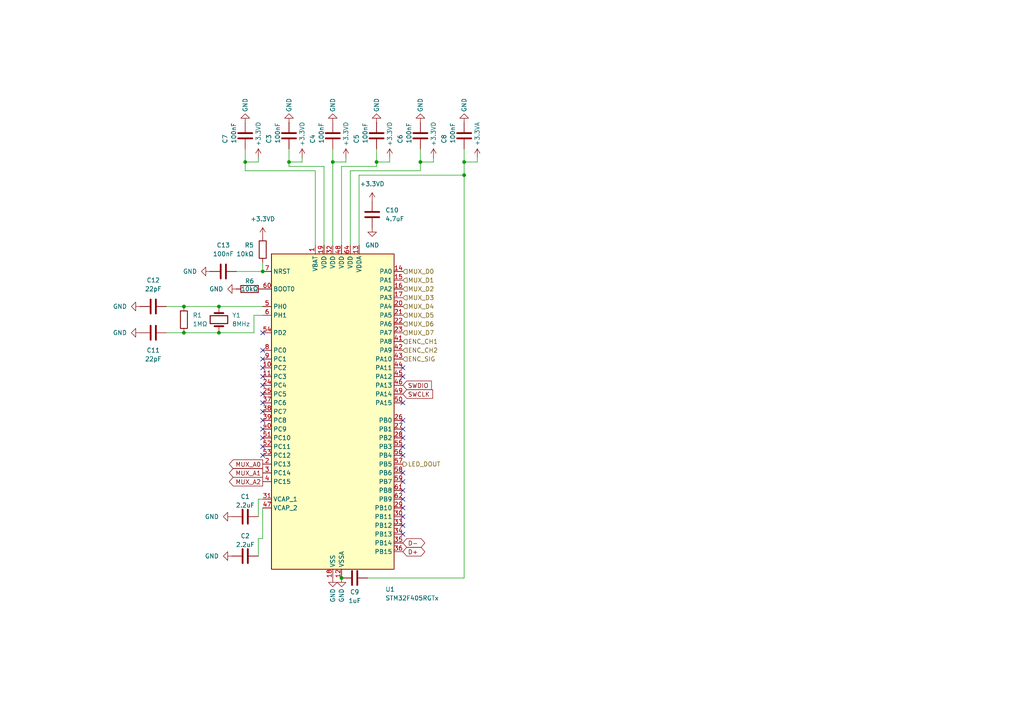
<source format=kicad_sch>
(kicad_sch (version 20250114) (generator "eeschema") (generator_version "9.0")
  (paper "A4")
  (lib_symbols
    (symbol "Device:C" (pin_numbers (hide yes)) (pin_names (offset 0.254))
      (property "Reference" "C" (at 0.635 2.54 0))
      (property "Value" "C" (at 0.635 -2.54 0))
      (symbol "C_0_1"
        (polyline (pts (xy -2.032 0.762) (xy 2.032 0.762)) (stroke (width 0.508)))
        (polyline (pts (xy -2.032 -0.762) (xy 2.032 -0.762)) (stroke (width 0.508)))
      )
      (symbol "C_1_1"
        (pin passive line (at 0 3.81 270) (length 2.794) (name "~") (number "1"))
        (pin passive line (at 0 -3.81 90) (length 2.794) (name "~") (number "2"))
      )
    )
    (symbol "Device:Crystal" (pin_numbers (hide yes)) (pin_names (offset 1.016) (hide yes))
      (property "Reference" "Y" (at 0 3.81 0))
      (property "Value" "Crystal" (at 0 -3.81 0))
      (symbol "Crystal_0_1"
        (polyline (pts (xy -2.54 0) (xy -1.905 0)))
        (polyline (pts (xy -1.905 -1.27) (xy -1.905 1.27)) (stroke (width 0.508)))
        (rectangle (start -1.143 2.54) (end 1.143 -2.54) (stroke (width 0.3048)))
        (polyline (pts (xy 1.905 -1.27) (xy 1.905 1.27)) (stroke (width 0.508)))
        (polyline (pts (xy 2.54 0) (xy 1.905 0)))
      )
      (symbol "Crystal_1_1"
        (pin passive line (at -3.81 0 0) (length 1.27) (name "1") (number "1"))
        (pin passive line (at 3.81 0 180) (length 1.27) (name "2") (number "2"))
      )
    )
    (symbol "Device:R" (pin_numbers (hide yes)) (pin_names (offset 0))
      (property "Reference" "R" (at 2.032 0 90))
      (property "Value" "R" (at 0 0 90))
      (symbol "R_0_1"
        (rectangle (start -1.016 -2.54) (end 1.016 2.54) (stroke (width 0.254)))
      )
      (symbol "R_1_1"
        (pin passive line (at 0 3.81 270) (length 1.27) (name "~") (number "1"))
        (pin passive line (at 0 -3.81 90) (length 1.27) (name "~") (number "2"))
      )
    )
    (symbol "MCU_ST_STM32F4:STM32F405RGTx"
      (property "Reference" "U" (at -17.78 46.99 0))
      (property "Value" "STM32F405RGTx" (at 10.16 46.99 0))
      (symbol "STM32F405RGTx_0_1"
        (rectangle (start -17.78 -45.72) (end 17.78 45.72) (stroke (width 0.254)) (fill (type background)))
      )
      (symbol "STM32F405RGTx_1_1"
        (pin input line (at -20.32 40.64 0) (length 2.54) (name "NRST") (number "7"))
        (pin input line (at -20.32 35.56 0) (length 2.54) (name "BOOT0") (number "60"))
        (pin bidirectional line (at -20.32 30.48 0) (length 2.54) (name "PH0") (number "5"))
        (pin bidirectional line (at -20.32 27.94 0) (length 2.54) (name "PH1") (number "6"))
        (pin bidirectional line (at -20.32 22.86 0) (length 2.54) (name "PD2") (number "54"))
        (pin bidirectional line (at -20.32 17.78 0) (length 2.54) (name "PC0") (number "8"))
        (pin bidirectional line (at -20.32 15.24 0) (length 2.54) (name "PC1") (number "9"))
        (pin bidirectional line (at -20.32 12.7 0) (length 2.54) (name "PC2") (number "10"))
        (pin bidirectional line (at -20.32 10.16 0) (length 2.54) (name "PC3") (number "11"))
        (pin bidirectional line (at -20.32 7.62 0) (length 2.54) (name "PC4") (number "24"))
        (pin bidirectional line (at -20.32 5.08 0) (length 2.54) (name "PC5") (number "25"))
        (pin bidirectional line (at -20.32 2.54 0) (length 2.54) (name "PC6") (number "37"))
        (pin bidirectional line (at -20.32 0 0) (length 2.54) (name "PC7") (number "38"))
        (pin bidirectional line (at -20.32 -2.54 0) (length 2.54) (name "PC8") (number "39"))
        (pin bidirectional line (at -20.32 -5.08 0) (length 2.54) (name "PC9") (number "40"))
        (pin bidirectional line (at -20.32 -7.62 0) (length 2.54) (name "PC10") (number "51"))
        (pin bidirectional line (at -20.32 -10.16 0) (length 2.54) (name "PC11") (number "52"))
        (pin bidirectional line (at -20.32 -12.7 0) (length 2.54) (name "PC12") (number "53"))
        (pin bidirectional line (at -20.32 -15.24 0) (length 2.54) (name "PC13") (number "2"))
        (pin bidirectional line (at -20.32 -17.78 0) (length 2.54) (name "PC14") (number "3"))
        (pin bidirectional line (at -20.32 -20.32 0) (length 2.54) (name "PC15") (number "4"))
        (pin power_out line (at -20.32 -25.4 0) (length 2.54) (name "VCAP_1") (number "31"))
        (pin power_out line (at -20.32 -27.94 0) (length 2.54) (name "VCAP_2") (number "47"))
        (pin power_in line (at -5.08 48.26 270) (length 2.54) (name "VBAT") (number "1"))
        (pin power_in line (at -2.54 48.26 270) (length 2.54) (name "VDD") (number "19"))
        (pin power_in line (at 0 48.26 270) (length 2.54) (name "VDD") (number "32"))
        (pin power_in line (at 0 -48.26 90) (length 2.54) (name "VSS") (number "18"))
        (pin passive line (at 0 -48.26 90) (length 2.54) (hide yes) (name "VSS") (number "63"))
        (pin power_in line (at 2.54 48.26 270) (length 2.54) (name "VDD") (number "48"))
        (pin power_in line (at 2.54 -48.26 90) (length 2.54) (name "VSSA") (number "12"))
        (pin power_in line (at 5.08 48.26 270) (length 2.54) (name "VDD") (number "64"))
        (pin power_in line (at 7.62 48.26 270) (length 2.54) (name "VDDA") (number "13"))
        (pin bidirectional line (at 20.32 40.64 180) (length 2.54) (name "PA0") (number "14"))
        (pin bidirectional line (at 20.32 38.1 180) (length 2.54) (name "PA1") (number "15"))
        (pin bidirectional line (at 20.32 35.56 180) (length 2.54) (name "PA2") (number "16"))
        (pin bidirectional line (at 20.32 33.02 180) (length 2.54) (name "PA3") (number "17"))
        (pin bidirectional line (at 20.32 30.48 180) (length 2.54) (name "PA4") (number "20"))
        (pin bidirectional line (at 20.32 27.94 180) (length 2.54) (name "PA5") (number "21"))
        (pin bidirectional line (at 20.32 25.4 180) (length 2.54) (name "PA6") (number "22"))
        (pin bidirectional line (at 20.32 22.86 180) (length 2.54) (name "PA7") (number "23"))
        (pin bidirectional line (at 20.32 20.32 180) (length 2.54) (name "PA8") (number "41"))
        (pin bidirectional line (at 20.32 17.78 180) (length 2.54) (name "PA9") (number "42"))
        (pin bidirectional line (at 20.32 15.24 180) (length 2.54) (name "PA10") (number "43"))
        (pin bidirectional line (at 20.32 12.7 180) (length 2.54) (name "PA11") (number "44"))
        (pin bidirectional line (at 20.32 10.16 180) (length 2.54) (name "PA12") (number "45"))
        (pin bidirectional line (at 20.32 7.62 180) (length 2.54) (name "PA13") (number "46"))
        (pin bidirectional line (at 20.32 5.08 180) (length 2.54) (name "PA14") (number "49"))
        (pin bidirectional line (at 20.32 2.54 180) (length 2.54) (name "PA15") (number "50"))
        (pin bidirectional line (at 20.32 -2.54 180) (length 2.54) (name "PB0") (number "26"))
        (pin bidirectional line (at 20.32 -5.08 180) (length 2.54) (name "PB1") (number "27"))
        (pin bidirectional line (at 20.32 -7.62 180) (length 2.54) (name "PB2") (number "28"))
        (pin bidirectional line (at 20.32 -10.16 180) (length 2.54) (name "PB3") (number "55"))
        (pin bidirectional line (at 20.32 -12.7 180) (length 2.54) (name "PB4") (number "56"))
        (pin bidirectional line (at 20.32 -15.24 180) (length 2.54) (name "PB5") (number "57"))
        (pin bidirectional line (at 20.32 -17.78 180) (length 2.54) (name "PB6") (number "58"))
        (pin bidirectional line (at 20.32 -20.32 180) (length 2.54) (name "PB7") (number "59"))
        (pin bidirectional line (at 20.32 -22.86 180) (length 2.54) (name "PB8") (number "61"))
        (pin bidirectional line (at 20.32 -25.4 180) (length 2.54) (name "PB9") (number "62"))
        (pin bidirectional line (at 20.32 -27.94 180) (length 2.54) (name "PB10") (number "29"))
        (pin bidirectional line (at 20.32 -30.48 180) (length 2.54) (name "PB11") (number "30"))
        (pin bidirectional line (at 20.32 -33.02 180) (length 2.54) (name "PB12") (number "33"))
        (pin bidirectional line (at 20.32 -35.56 180) (length 2.54) (name "PB13") (number "34"))
        (pin bidirectional line (at 20.32 -38.1 180) (length 2.54) (name "PB14") (number "35"))
        (pin bidirectional line (at 20.32 -40.64 180) (length 2.54) (name "PB15") (number "36"))
      )
    )
    (symbol "power:+3.3V" (power) (pin_numbers (hide yes)) (pin_names (offset 0) (hide yes))
      (property "Value" "+3.3V" (at 0 3.556 0))
      (symbol "+3.3V_0_1"
        (polyline (pts (xy -0.762 1.27) (xy 0 2.54)))
        (polyline (pts (xy 0 2.54) (xy 0.762 1.27)))
        (polyline (pts (xy 0 0) (xy 0 2.54)))
      )
      (symbol "+3.3V_1_1"
        (pin power_in line (at 0 0 90) (length 0) (name "~") (number "1"))
      )
    )
    (symbol "power:GND" (power) (pin_numbers (hide yes)) (pin_names (offset 0) (hide yes))
      (property "Value" "GND" (at 0 -3.81 0))
      (symbol "GND_0_1"
        (polyline (pts (xy 0 0) (xy 0 -1.27) (xy 1.27 -1.27) (xy 0 -2.54) (xy -1.27 -1.27) (xy 0 -1.27)))
      )
      (symbol "GND_1_1"
        (pin power_in line (at 0 0 270) (length 0) (name "~") (number "1"))
      )
    )
  )
  (junction (at 76.2 78.74))
  (junction (at 71.12 46.99))
  (junction (at 99.06 167.64))
  (junction (at 134.62 46.99))
  (junction (at 53.34 96.52))
  (junction (at 96.52 46.99))
  (junction (at 134.62 50.8))
  (junction (at 63.5 88.9))
  (junction (at 83.82 46.99))
  (junction (at 121.92 46.99))
  (junction (at 53.34 88.9))
  (junction (at 63.5 96.52))
  (junction (at 109.22 46.99))
  (no_connect (at 116.84 142.24))
  (no_connect (at 116.84 129.54))
  (no_connect (at 76.2 132.08))
  (no_connect (at 76.2 114.3))
  (no_connect (at 116.84 106.68))
  (no_connect (at 116.84 127))
  (no_connect (at 116.84 132.08))
  (no_connect (at 76.2 101.6))
  (no_connect (at 116.84 121.92))
  (no_connect (at 116.84 139.7))
  (no_connect (at 116.84 109.22))
  (no_connect (at 116.84 149.86))
  (no_connect (at 76.2 104.14))
  (no_connect (at 76.2 129.54))
  (no_connect (at 116.84 152.4))
  (no_connect (at 76.2 127))
  (no_connect (at 76.2 106.68))
  (no_connect (at 76.2 121.92))
  (no_connect (at 76.2 111.76))
  (no_connect (at 116.84 124.46))
  (no_connect (at 76.2 109.22))
  (no_connect (at 116.84 137.16))
  (no_connect (at 76.2 124.46))
  (no_connect (at 116.84 116.84))
  (no_connect (at 76.2 119.38))
  (no_connect (at 76.2 96.52))
  (no_connect (at 116.84 144.78))
  (no_connect (at 116.84 154.94))
  (no_connect (at 116.84 147.32))
  (no_connect (at 76.2 116.84))
  (wire (pts (xy 104.14 71.12) (xy 104.14 50.8)))
  (wire (pts (xy 48.26 88.9) (xy 53.34 88.9)))
  (wire (pts (xy 83.82 48.26) (xy 83.82 46.99)))
  (wire (pts (xy 68.58 78.74) (xy 76.2 78.74)))
  (wire (pts (xy 53.34 96.52) (xy 63.5 96.52)))
  (wire (pts (xy 91.44 71.12) (xy 91.44 49.53)))
  (wire (pts (xy 134.62 43.18) (xy 134.62 46.99)))
  (wire (pts (xy 134.62 46.99) (xy 138.43 46.99)))
  (wire (pts (xy 109.22 43.18) (xy 109.22 46.99)))
  (wire (pts (xy 96.52 46.99) (xy 96.52 71.12)))
  (wire (pts (xy 76.2 156.21) (xy 76.2 147.32)))
  (wire (pts (xy 121.92 46.99) (xy 125.73 46.99)))
  (wire (pts (xy 73.66 91.44) (xy 73.66 96.52)))
  (wire (pts (xy 104.14 50.8) (xy 134.62 50.8)))
  (wire (pts (xy 71.12 46.99) (xy 74.93 46.99)))
  (wire (pts (xy 87.63 45.72) (xy 87.63 46.99)))
  (wire (pts (xy 93.98 71.12) (xy 93.98 48.26)))
  (wire (pts (xy 83.82 43.18) (xy 83.82 46.99)))
  (wire (pts (xy 74.93 144.78) (xy 76.2 144.78)))
  (wire (pts (xy 134.62 50.8) (xy 134.62 167.64)))
  (wire (pts (xy 101.6 49.53) (xy 121.92 49.53)))
  (wire (pts (xy 74.93 149.86) (xy 74.93 144.78)))
  (wire (pts (xy 63.5 96.52) (xy 73.66 96.52)))
  (wire (pts (xy 100.33 45.72) (xy 100.33 46.99)))
  (wire (pts (xy 71.12 43.18) (xy 71.12 46.99)))
  (wire (pts (xy 74.93 45.72) (xy 74.93 46.99)))
  (wire (pts (xy 48.26 96.52) (xy 53.34 96.52)))
  (wire (pts (xy 96.52 43.18) (xy 96.52 46.99)))
  (wire (pts (xy 76.2 91.44) (xy 73.66 91.44)))
  (wire (pts (xy 83.82 46.99) (xy 87.63 46.99)))
  (wire (pts (xy 93.98 48.26) (xy 83.82 48.26)))
  (wire (pts (xy 71.12 49.53) (xy 71.12 46.99)))
  (wire (pts (xy 125.73 45.72) (xy 125.73 46.99)))
  (wire (pts (xy 53.34 88.9) (xy 63.5 88.9)))
  (wire (pts (xy 74.93 156.21) (xy 76.2 156.21)))
  (wire (pts (xy 63.5 88.9) (xy 76.2 88.9)))
  (wire (pts (xy 99.06 71.12) (xy 99.06 48.26)))
  (wire (pts (xy 109.22 46.99) (xy 113.03 46.99)))
  (wire (pts (xy 101.6 49.53) (xy 101.6 71.12)))
  (wire (pts (xy 106.68 167.64) (xy 134.62 167.64)))
  (wire (pts (xy 76.2 76.2) (xy 76.2 78.74)))
  (wire (pts (xy 113.03 45.72) (xy 113.03 46.99)))
  (wire (pts (xy 121.92 43.18) (xy 121.92 46.99)))
  (wire (pts (xy 99.06 48.26) (xy 109.22 48.26)))
  (wire (pts (xy 74.93 161.29) (xy 74.93 156.21)))
  (wire (pts (xy 91.44 49.53) (xy 71.12 49.53)))
  (wire (pts (xy 96.52 46.99) (xy 100.33 46.99)))
  (wire (pts (xy 134.62 46.99) (xy 134.62 50.8)))
  (wire (pts (xy 121.92 49.53) (xy 121.92 46.99)))
  (wire (pts (xy 109.22 48.26) (xy 109.22 46.99)))
  (wire (pts (xy 138.43 45.72) (xy 138.43 46.99)))
  (global_label "D+" (shape bidirectional) (at 116.84 160.02 0) (property "Intersheetrefs" "${INTERSHEET_REFS}" (effects (hide yes))))
  (global_label "MUX_A2" (shape output) (at 76.2 139.7 180) (property "Intersheetrefs" "${INTERSHEET_REFS}" (effects (hide yes))))
  (global_label "SWCLK" (shape input) (at 116.84 114.3 0) (property "Intersheetrefs" "${INTERSHEET_REFS}" (effects (hide yes))))
  (global_label "SWDIO" (shape input) (at 116.84 111.76 0) (property "Intersheetrefs" "${INTERSHEET_REFS}" (effects (hide yes))))
  (global_label "MUX_A0" (shape output) (at 76.2 134.62 180) (property "Intersheetrefs" "${INTERSHEET_REFS}" (effects (hide yes))))
  (global_label "MUX_A1" (shape output) (at 76.2 137.16 180) (property "Intersheetrefs" "${INTERSHEET_REFS}" (effects (hide yes))))
  (global_label "D-" (shape bidirectional) (at 116.84 157.48 0) (property "Intersheetrefs" "${INTERSHEET_REFS}" (effects (hide yes))))
  (hierarchical_label "ENC_SIG" (shape input) (at 116.84 104.14 0))
  (hierarchical_label "LED_DOUT" (shape output) (at 116.84 134.62 0))
  (hierarchical_label "MUX_D1" (shape input) (at 116.84 81.28 0))
  (hierarchical_label "ENC_CH2" (shape input) (at 116.84 101.6 0))
  (hierarchical_label "ENC_CH1" (shape input) (at 116.84 99.06 0))
  (hierarchical_label "MUX_D6" (shape input) (at 116.84 93.98 0))
  (hierarchical_label "MUX_D2" (shape input) (at 116.84 83.82 0))
  (hierarchical_label "MUX_D4" (shape input) (at 116.84 88.9 0))
  (hierarchical_label "MUX_D5" (shape input) (at 116.84 91.44 0))
  (hierarchical_label "MUX_D0" (shape input) (at 116.84 78.74 0))
  (hierarchical_label "MUX_D3" (shape input) (at 116.84 86.36 0))
  (hierarchical_label "MUX_D7" (shape input) (at 116.84 96.52 0))
  (symbol (lib_id "power:+3.3V") (at 138.43 45.72 0) (unit 1)
    (property "Reference" "#PWR020" (effects (hide yes)))
    (property "Value" "+3.3VA" (at 138.43 38.862 90))
    (property "Description" "Power symbol creates a global label with name \"+3.3V\"" (effects (hide yes)))
  )
  (symbol (lib_id "Device:C") (at 121.92 39.37 0) (unit 1)
    (property "Reference" "C6" (at 116.078 41.656 90) (effects (justify left)))
    (property "Value" "100nF" (at 118.618 41.656 90) (effects (justify left)))
    (property "Description" "Unpolarized capacitor" (effects (hide yes)))
  )
  (symbol (lib_id "power:GND") (at 107.95 66.04 0) (unit 1)
    (property "Reference" "#PWR023" (effects (hide yes)))
    (property "Value" "GND" (at 107.95 71.12 0))
    (property "Description" "Power symbol creates a global label with name \"GND\" , ground" (effects (hide yes)))
  )
  (symbol (lib_id "Device:C") (at 109.22 39.37 0) (unit 1)
    (property "Reference" "C5" (at 103.378 41.656 90) (effects (justify left)))
    (property "Value" "100nF" (at 105.918 41.656 90) (effects (justify left)))
    (property "Description" "Unpolarized capacitor" (effects (hide yes)))
  )
  (symbol (lib_id "power:+3.3V") (at 100.33 45.72 0) (unit 1)
    (property "Reference" "#PWR011" (effects (hide yes)))
    (property "Value" "+3.3VD" (at 100.33 38.862 90))
    (property "Description" "Power symbol creates a global label with name \"+3.3V\"" (effects (hide yes)))
  )
  (symbol (lib_id "power:GND") (at 71.12 35.56 180) (unit 1)
    (property "Reference" "#PWR017" (effects (hide yes)))
    (property "Value" "GND" (at 71.12 30.48 90))
    (property "Description" "Power symbol creates a global label with name \"GND\" , ground" (effects (hide yes)))
  )
  (symbol (lib_id "Device:C") (at 96.52 39.37 0) (unit 1)
    (property "Reference" "C4" (at 90.678 41.656 90) (effects (justify left)))
    (property "Value" "100nF" (at 93.218 41.656 90) (effects (justify left)))
    (property "Description" "Unpolarized capacitor" (effects (hide yes)))
  )
  (symbol (lib_id "MCU_ST_STM32F4:STM32F405RGTx") (at 96.52 119.38 0) (unit 1)
    (property "Reference" "U1" (at 111.76 170.942 0) (effects (justify left)))
    (property "Value" "STM32F405RGTx" (at 111.76 173.482 0) (effects (justify left)))
    (property "Footprint" "Package_QFP:LQFP-64_10x10mm_P0.5mm" (effects (hide yes)))
    (property "Datasheet" "https://www.st.com/resource/en/datasheet/stm32f405rg.pdf" (effects (hide yes)))
    (property "Description" "STMicroelectronics Arm Cortex-M4 MCU, 1024KB flash, 192KB RAM, 168 MHz, 1.8-3.6V, 51 GPIO, LQFP64" (effects (hide yes)))
  )
  (symbol (lib_id "power:GND") (at 60.96 78.74 270) (unit 1)
    (property "Reference" "#PWR029" (effects (hide yes)))
    (property "Value" "GND" (at 57.15 78.7399 90) (effects (justify right)))
    (property "Description" "Power symbol creates a global label with name \"GND\" , ground" (effects (hide yes)))
  )
  (symbol (lib_id "Device:C") (at 71.12 161.29 90) (unit 1)
    (property "Reference" "C2" (at 71.12 155.448 90))
    (property "Value" "2.2uF" (at 71.12 157.988 90))
    (property "Description" "Unpolarized capacitor" (effects (hide yes)))
  )
  (symbol (lib_id "power:GND") (at 134.62 35.56 180) (unit 1)
    (property "Reference" "#PWR019" (effects (hide yes)))
    (property "Value" "GND" (at 134.62 30.48 90))
    (property "Description" "Power symbol creates a global label with name \"GND\" , ground" (effects (hide yes)))
  )
  (symbol (lib_id "Device:C") (at 102.87 167.64 90) (unit 1)
    (property "Reference" "C9" (at 102.87 171.704 90))
    (property "Value" "1uF" (at 102.87 174.244 90))
    (property "Description" "Unpolarized capacitor" (effects (hide yes)))
  )
  (symbol (lib_id "Device:C") (at 44.45 96.52 90) (unit 1)
    (property "Reference" "C11" (at 44.45 101.6 90))
    (property "Value" "22pF" (at 44.45 104.14 90))
    (property "Description" "Unpolarized capacitor" (effects (hide yes)))
  )
  (symbol (lib_id "power:+3.3V") (at 76.2 68.58 0) (unit 1)
    (property "Reference" "#PWR028" (effects (hide yes)))
    (property "Value" "+3.3VD" (at 76.2 63.5 0))
    (property "Description" "Power symbol creates a global label with name \"+3.3V\"" (effects (hide yes)))
  )
  (symbol (lib_id "Device:C") (at 71.12 149.86 90) (unit 1)
    (property "Reference" "C1" (at 71.12 144.018 90))
    (property "Value" "2.2uF" (at 71.12 146.558 90))
    (property "Description" "Unpolarized capacitor" (effects (hide yes)))
  )
  (symbol (lib_id "Device:C") (at 107.95 62.23 0) (unit 1)
    (property "Reference" "C10" (at 111.76 60.9599 0) (effects (justify left)))
    (property "Value" "4.7uF" (at 111.76 63.4999 0) (effects (justify left)))
    (property "Description" "Unpolarized capacitor" (effects (hide yes)))
  )
  (symbol (lib_id "Device:C") (at 64.77 78.74 90) (unit 1)
    (property "Reference" "C13" (at 64.77 71.12 90))
    (property "Value" "100nF" (at 64.77 73.66 90))
    (property "Description" "Unpolarized capacitor" (effects (hide yes)))
  )
  (symbol (lib_id "power:GND") (at 99.06 167.64 0) (unit 1)
    (property "Reference" "#PWR021" (effects (hide yes)))
    (property "Value" "GND" (at 99.06 172.72 90))
    (property "Description" "Power symbol creates a global label with name \"GND\" , ground" (effects (hide yes)))
  )
  (symbol (lib_id "Device:R") (at 76.2 72.39 180) (unit 1)
    (property "Reference" "R5" (at 73.66 71.1199 0) (effects (justify left)))
    (property "Value" "10kΩ" (at 73.66 73.6599 0) (effects (justify left)))
    (property "Description" "Resistor" (effects (hide yes)))
  )
  (symbol (lib_id "power:GND") (at 67.31 149.86 270) (unit 1)
    (property "Reference" "#PWR08" (effects (hide yes)))
    (property "Value" "GND" (at 63.5 149.8599 90) (effects (justify right)))
    (property "Description" "Power symbol creates a global label with name \"GND\" , ground" (effects (hide yes)))
  )
  (symbol (lib_id "power:GND") (at 96.52 167.64 0) (unit 1)
    (property "Reference" "#PWR022" (effects (hide yes)))
    (property "Value" "GND" (at 96.52 172.72 90))
    (property "Description" "Power symbol creates a global label with name \"GND\" , ground" (effects (hide yes)))
  )
  (symbol (lib_id "Device:R") (at 72.39 83.82 90) (unit 1)
    (property "Reference" "R6" (at 72.39 81.534 90))
    (property "Value" "10kΩ" (at 72.39 83.82 90))
    (property "Description" "Resistor" (effects (hide yes)))
  )
  (symbol (lib_id "power:GND") (at 121.92 35.56 180) (unit 1)
    (property "Reference" "#PWR015" (effects (hide yes)))
    (property "Value" "GND" (at 121.92 30.48 90))
    (property "Description" "Power symbol creates a global label with name \"GND\" , ground" (effects (hide yes)))
  )
  (symbol (lib_id "power:GND") (at 40.64 88.9 270) (unit 1)
    (property "Reference" "#PWR025" (effects (hide yes)))
    (property "Value" "GND" (at 36.83 88.8999 90) (effects (justify right)))
    (property "Description" "Power symbol creates a global label with name \"GND\" , ground" (effects (hide yes)))
  )
  (symbol (lib_id "Device:C") (at 44.45 88.9 90) (unit 1)
    (property "Reference" "C12" (at 44.45 81.28 90))
    (property "Value" "22pF" (at 44.45 83.82 90))
    (property "Description" "Unpolarized capacitor" (effects (hide yes)))
  )
  (symbol (lib_id "power:+3.3V") (at 113.03 45.72 0) (unit 1)
    (property "Reference" "#PWR014" (effects (hide yes)))
    (property "Value" "+3.3VD" (at 113.03 38.862 90))
    (property "Description" "Power symbol creates a global label with name \"+3.3V\"" (effects (hide yes)))
  )
  (symbol (lib_id "power:GND") (at 68.58 83.82 270) (unit 1)
    (property "Reference" "#PWR030" (effects (hide yes)))
    (property "Value" "GND" (at 64.77 83.8199 90) (effects (justify right)))
    (property "Description" "Power symbol creates a global label with name \"GND\" , ground" (effects (hide yes)))
  )
  (symbol (lib_id "Device:R") (at 53.34 92.71 0) (unit 1)
    (property "Reference" "R1" (at 55.88 91.4399 0) (effects (justify left)))
    (property "Value" "1MΩ" (at 55.88 93.9799 0) (effects (justify left)))
    (property "Description" "Resistor" (effects (hide yes)))
  )
  (symbol (lib_id "power:+3.3V") (at 125.73 45.72 0) (unit 1)
    (property "Reference" "#PWR016" (effects (hide yes)))
    (property "Value" "+3.3VD" (at 125.73 38.862 90))
    (property "Description" "Power symbol creates a global label with name \"+3.3V\"" (effects (hide yes)))
  )
  (symbol (lib_id "Device:C") (at 134.62 39.37 0) (unit 1)
    (property "Reference" "C8" (at 128.778 41.656 90) (effects (justify left)))
    (property "Value" "100nF" (at 131.318 41.656 90) (effects (justify left)))
    (property "Description" "Unpolarized capacitor" (effects (hide yes)))
  )
  (symbol (lib_id "power:GND") (at 96.52 35.56 180) (unit 1)
    (property "Reference" "#PWR010" (effects (hide yes)))
    (property "Value" "GND" (at 96.52 30.48 90))
    (property "Description" "Power symbol creates a global label with name \"GND\" , ground" (effects (hide yes)))
  )
  (symbol (lib_id "power:+3.3V") (at 74.93 45.72 0) (unit 1)
    (property "Reference" "#PWR018" (effects (hide yes)))
    (property "Value" "+3.3VD" (at 74.93 38.862 90))
    (property "Description" "Power symbol creates a global label with name \"+3.3V\"" (effects (hide yes)))
  )
  (symbol (lib_id "power:GND") (at 83.82 35.56 180) (unit 1)
    (property "Reference" "#PWR013" (effects (hide yes)))
    (property "Value" "GND" (at 83.82 30.48 90))
    (property "Description" "Power symbol creates a global label with name \"GND\" , ground" (effects (hide yes)))
  )
  (symbol (lib_id "Device:C") (at 71.12 39.37 0) (unit 1)
    (property "Reference" "C7" (at 65.278 41.656 90) (effects (justify left)))
    (property "Value" "100nF" (at 67.818 41.656 90) (effects (justify left)))
    (property "Description" "Unpolarized capacitor" (effects (hide yes)))
  )
  (symbol (lib_id "power:GND") (at 40.64 96.52 270) (unit 1)
    (property "Reference" "#PWR026" (effects (hide yes)))
    (property "Value" "GND" (at 36.83 96.5199 90) (effects (justify right)))
    (property "Description" "Power symbol creates a global label with name \"GND\" , ground" (effects (hide yes)))
  )
  (symbol (lib_id "power:+3.3V") (at 107.95 58.42 0) (unit 1)
    (property "Reference" "#PWR024" (effects (hide yes)))
    (property "Value" "+3.3VD" (at 107.95 53.34 0))
    (property "Description" "Power symbol creates a global label with name \"+3.3V\"" (effects (hide yes)))
  )
  (symbol (lib_id "Device:C") (at 83.82 39.37 0) (unit 1)
    (property "Reference" "C3" (at 77.978 41.656 90) (effects (justify left)))
    (property "Value" "100nF" (at 80.518 41.656 90) (effects (justify left)))
    (property "Description" "Unpolarized capacitor" (effects (hide yes)))
  )
  (symbol (lib_id "power:GND") (at 109.22 35.56 180) (unit 1)
    (property "Reference" "#PWR012" (effects (hide yes)))
    (property "Value" "GND" (at 109.22 30.48 90))
    (property "Description" "Power symbol creates a global label with name \"GND\" , ground" (effects (hide yes)))
  )
  (symbol (lib_id "power:GND") (at 67.31 161.29 270) (unit 1)
    (property "Reference" "#PWR09" (effects (hide yes)))
    (property "Value" "GND" (at 63.5 161.2899 90) (effects (justify right)))
    (property "Description" "Power symbol creates a global label with name \"GND\" , ground" (effects (hide yes)))
  )
  (symbol (lib_id "power:+3.3V") (at 87.63 45.72 0) (unit 1)
    (property "Reference" "#PWR07" (effects (hide yes)))
    (property "Value" "+3.3VD" (at 87.63 38.862 90))
    (property "Description" "Power symbol creates a global label with name \"+3.3V\"" (effects (hide yes)))
  )
  (symbol (lib_id "Device:Crystal") (at 63.5 92.71 270) (unit 1)
    (property "Reference" "Y1" (at 67.31 91.4399 90) (effects (justify left)))
    (property "Value" "8MHz" (at 67.31 93.9799 90) (effects (justify left)))
    (property "Description" "Two pin crystal" (effects (hide yes)))
  )
)
</source>
